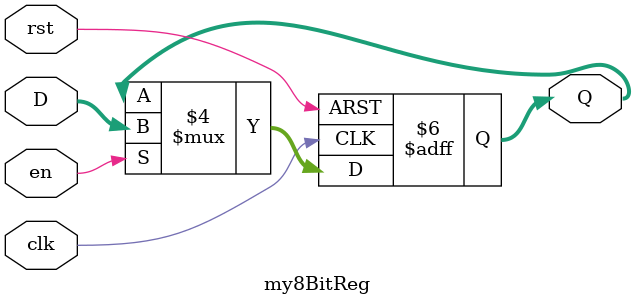
<source format=v>
module my8BitReg (
	input wire clk,
	input wire rst, en, 
	input wire [7:0]D,
	output reg [7:0]Q
);

	always @ (posedge clk or negedge rst) begin
		if (!rst)
			Q = 7'b0;
		else if (en)
			Q = D;
		else
			Q = Q;
	end
endmodule

	

</source>
